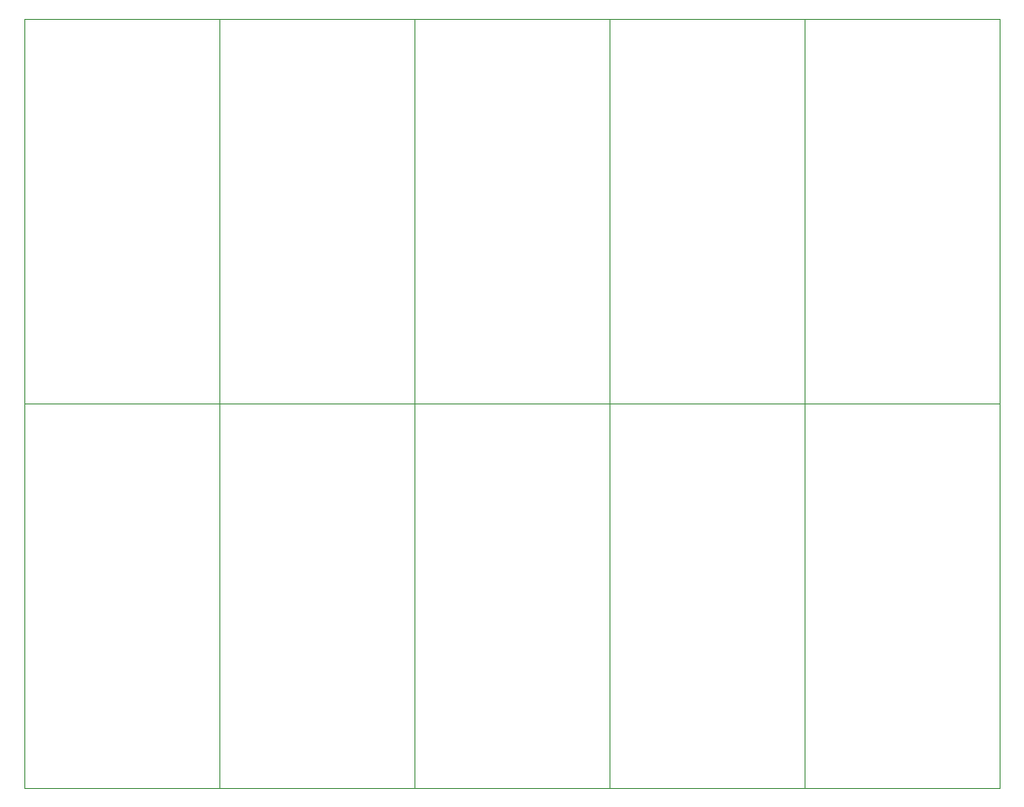
<source format=gm1>
%MOIN*%
%OFA0B0*%
%FSLAX46Y46*%
%IPPOS*%
%LPD*%
%ADD10C,0.000039370078740157485*%
%ADD21C,0.000039370078740157485*%
%ADD22C,0.000039370078740157485*%
%ADD23C,0.000039370078740157485*%
%ADD24C,0.000039370078740157485*%
%ADD25C,0.000039370078740157485*%
%ADD26C,0.000039370078740157485*%
%ADD27C,0.000039370078740157485*%
%ADD28C,0.000039370078740157485*%
%ADD29C,0.000039370078740157485*%
D10*
X0000720000Y0001419999D02*
X0000000000Y0001419999D01*
X0000720000Y0000000000D02*
X0000720000Y0001419999D01*
X0000000000Y0000000000D02*
X0000720000Y0000000000D01*
X0000000000Y0001419999D02*
X0000000000Y0000000000D01*
G04 next file*
G04 #@! TF.GenerationSoftware,KiCad,Pcbnew,(5.1.4)-1*
G04 #@! TF.CreationDate,2019-12-18T21:33:12+01:00*
G04 #@! TF.ProjectId,ser,7365722e-6b69-4636-9164-5f7063625858,rev?*
G04 #@! TF.SameCoordinates,Original*
G04 #@! TF.FileFunction,Profile,NP*
G04 Gerber Fmt 4.6, Leading zero omitted, Abs format (unit mm)*
G04 Created by KiCad (PCBNEW (5.1.4)-1) date 2019-12-18 21:33:12*
G04 APERTURE LIST*
G04 APERTURE END LIST*
D21*
X0000720000Y0002840000D02*
X0000000000Y0002840000D01*
X0000720000Y0001420000D02*
X0000720000Y0002840000D01*
X0000000000Y0001420000D02*
X0000720000Y0001420000D01*
X0000000000Y0002840000D02*
X0000000000Y0001420000D01*
G04 next file*
G04 #@! TF.GenerationSoftware,KiCad,Pcbnew,(5.1.4)-1*
G04 #@! TF.CreationDate,2019-12-18T21:33:12+01:00*
G04 #@! TF.ProjectId,ser,7365722e-6b69-4636-9164-5f7063625858,rev?*
G04 #@! TF.SameCoordinates,Original*
G04 #@! TF.FileFunction,Profile,NP*
G04 Gerber Fmt 4.6, Leading zero omitted, Abs format (unit mm)*
G04 Created by KiCad (PCBNEW (5.1.4)-1) date 2019-12-18 21:33:12*
G04 APERTURE LIST*
G04 APERTURE END LIST*
D22*
X0001439999Y0001419999D02*
X0000719999Y0001419999D01*
X0001439999Y0000000000D02*
X0001439999Y0001419999D01*
X0000719999Y0000000000D02*
X0001439999Y0000000000D01*
X0000719999Y0001419999D02*
X0000719999Y0000000000D01*
G04 next file*
G04 #@! TF.GenerationSoftware,KiCad,Pcbnew,(5.1.4)-1*
G04 #@! TF.CreationDate,2019-12-18T21:33:12+01:00*
G04 #@! TF.ProjectId,ser,7365722e-6b69-4636-9164-5f7063625858,rev?*
G04 #@! TF.SameCoordinates,Original*
G04 #@! TF.FileFunction,Profile,NP*
G04 Gerber Fmt 4.6, Leading zero omitted, Abs format (unit mm)*
G04 Created by KiCad (PCBNEW (5.1.4)-1) date 2019-12-18 21:33:12*
G04 APERTURE LIST*
G04 APERTURE END LIST*
D23*
X0002159999Y0001419999D02*
X0001439999Y0001419999D01*
X0002159999Y0000000000D02*
X0002159999Y0001419999D01*
X0001439999Y0000000000D02*
X0002159999Y0000000000D01*
X0001439999Y0001419999D02*
X0001439999Y0000000000D01*
G04 next file*
G04 #@! TF.GenerationSoftware,KiCad,Pcbnew,(5.1.4)-1*
G04 #@! TF.CreationDate,2019-12-18T21:33:12+01:00*
G04 #@! TF.ProjectId,ser,7365722e-6b69-4636-9164-5f7063625858,rev?*
G04 #@! TF.SameCoordinates,Original*
G04 #@! TF.FileFunction,Profile,NP*
G04 Gerber Fmt 4.6, Leading zero omitted, Abs format (unit mm)*
G04 Created by KiCad (PCBNEW (5.1.4)-1) date 2019-12-18 21:33:12*
G04 APERTURE LIST*
G04 APERTURE END LIST*
D24*
X0002880000Y0001419999D02*
X0002160000Y0001419999D01*
X0002880000Y0000000000D02*
X0002880000Y0001419999D01*
X0002160000Y0000000000D02*
X0002880000Y0000000000D01*
X0002160000Y0001419999D02*
X0002160000Y0000000000D01*
G04 next file*
G04 #@! TF.GenerationSoftware,KiCad,Pcbnew,(5.1.4)-1*
G04 #@! TF.CreationDate,2019-12-18T21:33:12+01:00*
G04 #@! TF.ProjectId,ser,7365722e-6b69-4636-9164-5f7063625858,rev?*
G04 #@! TF.SameCoordinates,Original*
G04 #@! TF.FileFunction,Profile,NP*
G04 Gerber Fmt 4.6, Leading zero omitted, Abs format (unit mm)*
G04 Created by KiCad (PCBNEW (5.1.4)-1) date 2019-12-18 21:33:12*
G04 APERTURE LIST*
G04 APERTURE END LIST*
D25*
X0003599999Y0001419999D02*
X0002879999Y0001419999D01*
X0003599999Y0000000000D02*
X0003599999Y0001419999D01*
X0002879999Y0000000000D02*
X0003599999Y0000000000D01*
X0002879999Y0001419999D02*
X0002879999Y0000000000D01*
G04 next file*
G04 #@! TF.GenerationSoftware,KiCad,Pcbnew,(5.1.4)-1*
G04 #@! TF.CreationDate,2019-12-18T21:33:12+01:00*
G04 #@! TF.ProjectId,ser,7365722e-6b69-4636-9164-5f7063625858,rev?*
G04 #@! TF.SameCoordinates,Original*
G04 #@! TF.FileFunction,Profile,NP*
G04 Gerber Fmt 4.6, Leading zero omitted, Abs format (unit mm)*
G04 Created by KiCad (PCBNEW (5.1.4)-1) date 2019-12-18 21:33:12*
G04 APERTURE LIST*
G04 APERTURE END LIST*
D26*
X0001439999Y0002840000D02*
X0000719999Y0002840000D01*
X0001439999Y0001420000D02*
X0001439999Y0002840000D01*
X0000719999Y0001420000D02*
X0001439999Y0001420000D01*
X0000719999Y0002840000D02*
X0000719999Y0001420000D01*
G04 next file*
G04 #@! TF.GenerationSoftware,KiCad,Pcbnew,(5.1.4)-1*
G04 #@! TF.CreationDate,2019-12-18T21:33:12+01:00*
G04 #@! TF.ProjectId,ser,7365722e-6b69-4636-9164-5f7063625858,rev?*
G04 #@! TF.SameCoordinates,Original*
G04 #@! TF.FileFunction,Profile,NP*
G04 Gerber Fmt 4.6, Leading zero omitted, Abs format (unit mm)*
G04 Created by KiCad (PCBNEW (5.1.4)-1) date 2019-12-18 21:33:12*
G04 APERTURE LIST*
G04 APERTURE END LIST*
D27*
X0002159999Y0002840000D02*
X0001439999Y0002840000D01*
X0002159999Y0001420000D02*
X0002159999Y0002840000D01*
X0001439999Y0001420000D02*
X0002159999Y0001420000D01*
X0001439999Y0002840000D02*
X0001439999Y0001420000D01*
G04 next file*
G04 #@! TF.GenerationSoftware,KiCad,Pcbnew,(5.1.4)-1*
G04 #@! TF.CreationDate,2019-12-18T21:33:12+01:00*
G04 #@! TF.ProjectId,ser,7365722e-6b69-4636-9164-5f7063625858,rev?*
G04 #@! TF.SameCoordinates,Original*
G04 #@! TF.FileFunction,Profile,NP*
G04 Gerber Fmt 4.6, Leading zero omitted, Abs format (unit mm)*
G04 Created by KiCad (PCBNEW (5.1.4)-1) date 2019-12-18 21:33:12*
G04 APERTURE LIST*
G04 APERTURE END LIST*
D28*
X0002880000Y0002840000D02*
X0002160000Y0002840000D01*
X0002880000Y0001420000D02*
X0002880000Y0002840000D01*
X0002160000Y0001420000D02*
X0002880000Y0001420000D01*
X0002160000Y0002840000D02*
X0002160000Y0001420000D01*
G04 next file*
G04 #@! TF.GenerationSoftware,KiCad,Pcbnew,(5.1.4)-1*
G04 #@! TF.CreationDate,2019-12-18T21:33:12+01:00*
G04 #@! TF.ProjectId,ser,7365722e-6b69-4636-9164-5f7063625858,rev?*
G04 #@! TF.SameCoordinates,Original*
G04 #@! TF.FileFunction,Profile,NP*
G04 Gerber Fmt 4.6, Leading zero omitted, Abs format (unit mm)*
G04 Created by KiCad (PCBNEW (5.1.4)-1) date 2019-12-18 21:33:12*
G04 APERTURE LIST*
G04 APERTURE END LIST*
D29*
X0003599999Y0002840000D02*
X0002879999Y0002840000D01*
X0003599999Y0001420000D02*
X0003599999Y0002840000D01*
X0002879999Y0001420000D02*
X0003599999Y0001420000D01*
X0002879999Y0002840000D02*
X0002879999Y0001420000D01*
M02*
</source>
